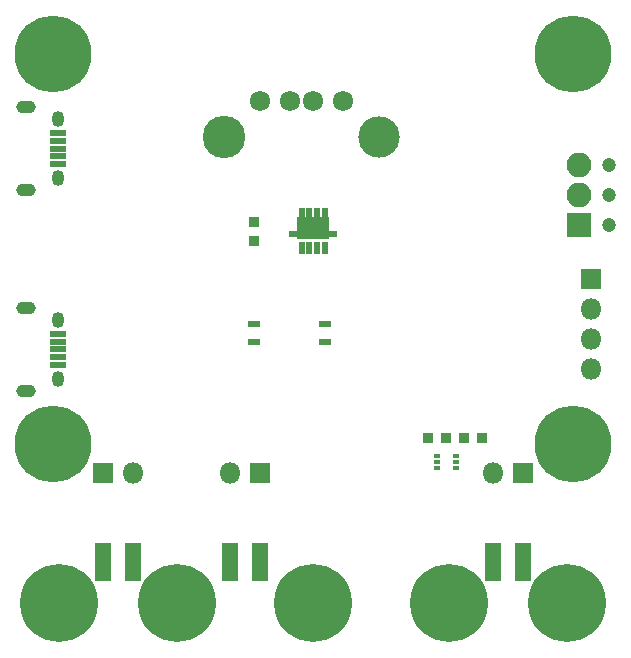
<source format=gbr>
G04 #@! TF.FileFunction,Soldermask,Top*
%FSLAX46Y46*%
G04 Gerber Fmt 4.6, Leading zero omitted, Abs format (unit mm)*
G04 Created by KiCad (PCBNEW 4.0.7) date Sunday, 24 March 2019 'PMt' 22:49:59*
%MOMM*%
%LPD*%
G01*
G04 APERTURE LIST*
%ADD10C,0.100000*%
%ADD11R,1.450000X0.500000*%
%ADD12O,1.050000X1.350000*%
%ADD13O,1.650000X1.100000*%
%ADD14R,1.800000X1.800000*%
%ADD15O,1.800000X1.800000*%
%ADD16R,1.000000X0.600000*%
%ADD17C,6.600000*%
%ADD18C,1.720000*%
%ADD19C,3.600000*%
%ADD20C,3.500000*%
%ADD21R,0.570000X1.100000*%
%ADD22R,2.800000X1.950000*%
%ADD23R,1.100000X0.570000*%
%ADD24R,0.900000X0.900000*%
%ADD25O,2.098980X2.098980*%
%ADD26R,2.098980X2.098980*%
%ADD27C,1.200000*%
%ADD28R,1.370000X3.280000*%
%ADD29C,6.500000*%
%ADD30R,0.900000X0.850000*%
%ADD31R,0.603200X0.400000*%
G04 APERTURE END LIST*
D10*
D11*
X74350000Y-85700000D03*
X74350000Y-86350000D03*
X74350000Y-87000000D03*
X74350000Y-87650000D03*
X74350000Y-88300000D03*
D12*
X74350000Y-84500000D03*
X74350000Y-89500000D03*
D13*
X71650000Y-83500000D03*
X71650000Y-90500000D03*
D11*
X74350000Y-102700000D03*
X74350000Y-103350000D03*
X74350000Y-104000000D03*
X74350000Y-104650000D03*
X74350000Y-105300000D03*
D12*
X74350000Y-101500000D03*
X74350000Y-106500000D03*
D13*
X71650000Y-100500000D03*
X71650000Y-107500000D03*
D14*
X119500000Y-98000000D03*
D15*
X119500000Y-100540000D03*
X119500000Y-103080000D03*
X119500000Y-105620000D03*
D16*
X91000000Y-103350000D03*
X91000000Y-101850000D03*
X97000000Y-103350000D03*
X97000000Y-101850000D03*
D17*
X96000000Y-125500000D03*
X107500000Y-125500000D03*
X117500000Y-125500000D03*
X84500000Y-125500000D03*
X74500000Y-125500000D03*
D18*
X91500000Y-83000000D03*
X94000000Y-83000000D03*
X96000000Y-83000000D03*
X98500000Y-83000000D03*
D19*
X88430000Y-86000000D03*
D20*
X101570000Y-86000000D03*
D21*
X96975000Y-95450000D03*
X95675000Y-95450000D03*
X96325000Y-95450000D03*
X95025000Y-95450000D03*
X96325000Y-92550000D03*
X96975000Y-92550000D03*
X95675000Y-92550000D03*
X95025000Y-92550000D03*
D22*
X96000000Y-93725000D03*
D23*
X94476000Y-94254000D03*
X97524000Y-94254000D03*
D24*
X91000000Y-94800000D03*
X91000000Y-93200000D03*
D25*
X118500000Y-88420000D03*
D26*
X118500000Y-93500000D03*
D25*
X118500000Y-90960000D03*
D27*
X121040000Y-93500000D03*
X121040000Y-90960000D03*
X121040000Y-88420000D03*
D28*
X78230000Y-122000000D03*
X80770000Y-122000000D03*
X88980000Y-122000000D03*
X91520000Y-122000000D03*
X111230000Y-122000000D03*
X113770000Y-122000000D03*
D14*
X78230000Y-114475000D03*
D15*
X80770000Y-114475000D03*
D14*
X91520000Y-114475000D03*
D15*
X88980000Y-114475000D03*
D14*
X113770000Y-114475000D03*
D15*
X111230000Y-114475000D03*
D29*
X118000000Y-112000000D03*
X74000000Y-79000000D03*
X74000000Y-112000000D03*
X118000000Y-79000000D03*
D30*
X105750000Y-111500000D03*
X107250000Y-111500000D03*
X110250000Y-111500000D03*
X108750000Y-111500000D03*
D31*
X106500000Y-113000000D03*
X106500000Y-113499999D03*
X106500000Y-113999998D03*
X108103202Y-113999998D03*
X108103202Y-113499999D03*
X108103202Y-113000000D03*
M02*

</source>
